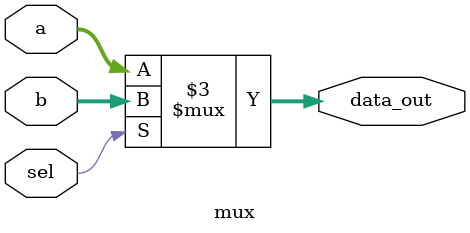
<source format=v>
module mux(a, b, sel, data_out);

  input [63:0] a;
  input [63:0] b;
  input sel;
  output reg [63:0] data_out;
  
  always@(sel or a or b)
  begin
    if (sel)
      data_out <= b;
    else
      data_out <= a;
  end
  
endmodule
</source>
